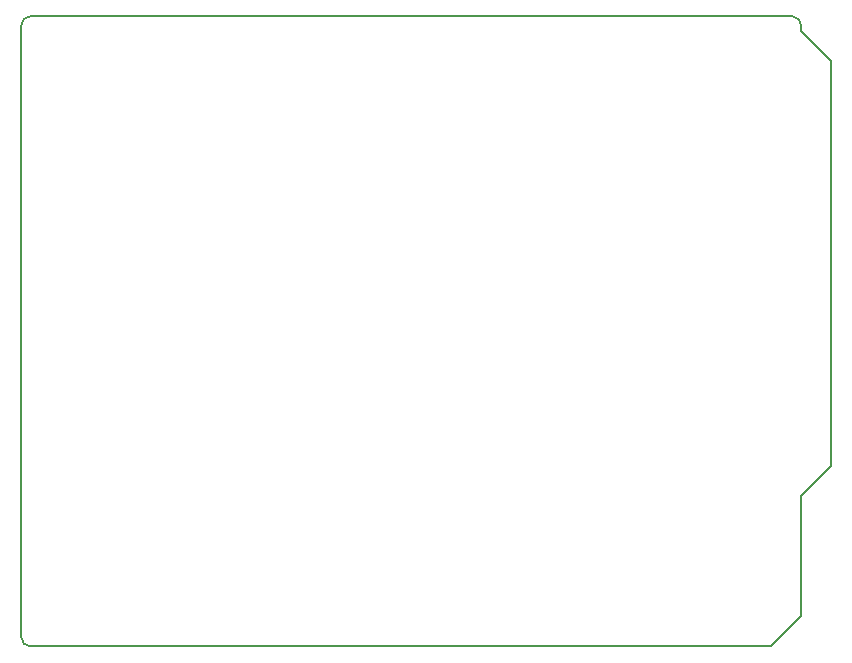
<source format=gbr>
%TF.GenerationSoftware,KiCad,Pcbnew,8.0.2-1*%
%TF.CreationDate,2024-05-15T21:27:52-04:00*%
%TF.ProjectId,ORA_Arduino_ESP_CAN_Shield,4f52415f-4172-4647-9569-6e6f5f455350,rev?*%
%TF.SameCoordinates,Original*%
%TF.FileFunction,Profile,NP*%
%FSLAX46Y46*%
G04 Gerber Fmt 4.6, Leading zero omitted, Abs format (unit mm)*
G04 Created by KiCad (PCBNEW 8.0.2-1) date 2024-05-15 21:27:52*
%MOMM*%
%LPD*%
G01*
G04 APERTURE LIST*
%TA.AperFunction,Profile*%
%ADD10C,0.150000*%
%TD*%
G04 APERTURE END LIST*
D10*
X23779000Y-24087000D02*
X23779000Y-75903000D01*
X89819000Y-24595000D02*
X89819000Y-24087000D01*
X23779000Y-24087000D02*
G75*
G02*
X24541000Y-23325000I762000J0D01*
G01*
X24541000Y-76665000D02*
X87279000Y-76665000D01*
X89819000Y-63965000D02*
X92359000Y-61425000D01*
X92359000Y-27135000D02*
X89819000Y-24595000D01*
X87279000Y-76665000D02*
X89819000Y-74125000D01*
X89819000Y-74125000D02*
X89819000Y-63965000D01*
X92359000Y-61425000D02*
X92359000Y-27135000D01*
X89057000Y-23325000D02*
G75*
G02*
X89819000Y-24087000I0J-762000D01*
G01*
X89057000Y-23325000D02*
X24541000Y-23325000D01*
X24541000Y-76665000D02*
G75*
G02*
X23779000Y-75903000I0J762000D01*
G01*
M02*

</source>
